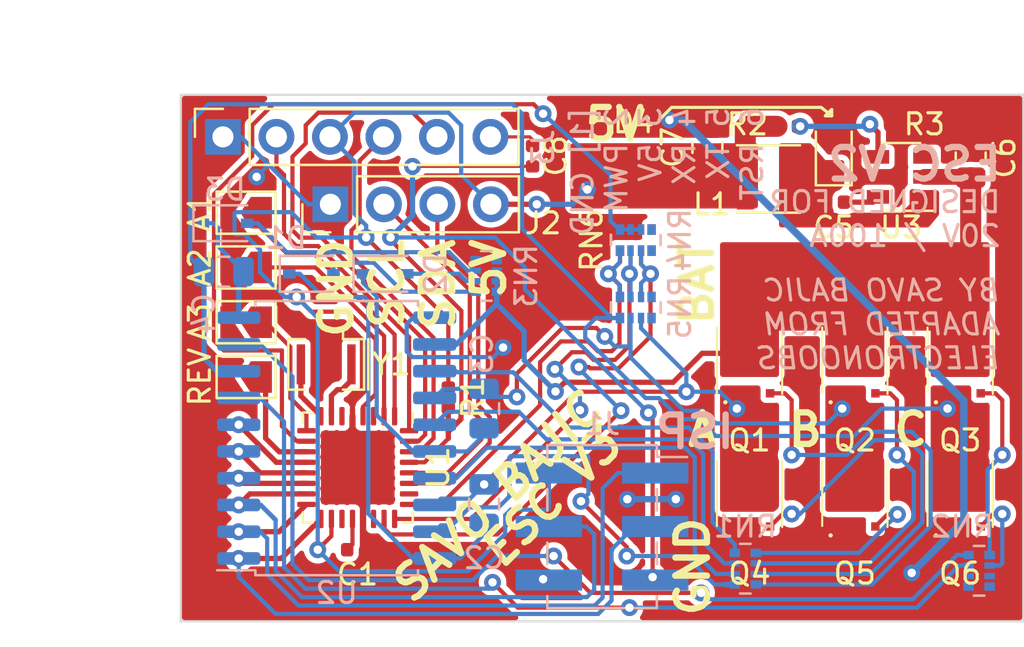
<source format=kicad_pcb>
(kicad_pcb (version 20221018) (generator pcbnew)
  (layers (0 "F.Cu" signal) (31 "B.Cu" signal) (34 "B.Paste" user) (35 "F.Paste" user) (36 "B.SilkS" user "B.Silkscreen") (37 "F.SilkS" user "F.Silkscreen") (38 "B.Mask" user) (39 "F.Mask" user) (44 "Edge.Cuts" user))
  (net 0 "")
  (net 1 "Net-(U1-AREF)")
  (net 2 "GND")
  (net 3 "Net-(D1-K)")
  (net 4 "AOUT")
  (net 5 "Net-(D2-K)")
  (net 6 "BOUT")
  (net 7 "Net-(D3-K)")
  (net 8 "COUT")
  (net 9 "Net-(U3-BST)")
  (net 10 "Net-(D4-K)")
  (net 11 "+BATT")
  (net 12 "+5V")
  (net 13 "EXT_RST")
  (net 14 "Net-(J1-~{RST})")
  (net 15 "Net-(D1-A)")
  (net 16 "Net-(D2-A)")
  (net 17 "Net-(D3-A)")
  (net 18 "PWM_IN")
  (net 19 "SDA")
  (net 20 "SCL")
  (net 21 "TX")
  (net 22 "RX")
  (net 23 "/HB")
  (net 24 "/HA")
  (net 25 "/LA")
  (net 26 "/ADD_1")
  (net 27 "/ADD_2")
  (net 28 "/ADD_3")
  (net 29 "/REVERSE")
  (net 30 "Net-(Q1-G)")
  (net 31 "Net-(Q2-G)")
  (net 32 "Net-(Q3-G)")
  (net 33 "A_BEMF")
  (net 34 "C_BEMF")
  (net 35 "B_BEMF")
  (net 36 "ZERO")
  (net 37 "/LB")
  (net 38 "/HC")
  (net 39 "/LC")
  (net 40 "X2")
  (net 41 "X1")
  (net 42 "Net-(Q4-G)")
  (net 43 "Net-(Q5-G)")
  (net 44 "Net-(Q6-G)")
  (net 45 "Net-(U3-FB)")
  (net 46 "Net-(RN1-R1.1)")
  (net 47 "Net-(RN1-R2.1)")
  (net 48 "Net-(RN1-R3.1)")
  (net 49 "Net-(RN1-R4.1)")
  (net 54 "Net-(RN2-R2.2)")
  (net 55 "Net-(RN2-R1.2)")
  (footprint "Capacitor_SMD:C_0402_1005Metric" (layer "F.Cu") (at 178.385 131.6 180)
    (fp_text reference "C1")
    (fp_text value "100n")
  )
  (footprint "Capacitor_SMD:C_0402_1005Metric" (layer "F.Cu") (at 201 115.1 180)
    (fp_text reference "C5")
    (fp_text value "22n")
  )
  (footprint "Capacitor_SMD:C_0805_2012Metric" (layer "F.Cu") (at 207.5 113 90)
    (fp_text reference "C6")
    (fp_text value "10u")
  )
  (footprint "Capacitor_SMD:C_0805_2012Metric" (layer "F.Cu") (at 195 112.5 90)
    (fp_text reference "C7")
    (fp_text value "4u7")
  )
  (footprint "Capacitor_SMD:C_0402_1005Metric" (layer "F.Cu") (at 186.7 112.915 90)
    (fp_text reference "C8")
    (fp_text value "100n")
  )
  (footprint "Diode_SMD:D_SOD-323" (layer "F.Cu") (at 201 112.8 90)
    (fp_text reference "D4")
    (fp_text value "0v8")
  )
  (footprint "Connector_PinHeader_2.54mm:PinHeader_1x04_P2.54mm_Vertical" (layer "F.Cu") (at 177.1 115.2 90)
    (fp_text reference "J2")
    (fp_text value "I2C_CTRL")
  )
  (footprint "Connector_PinSocket_2.54mm:PinSocket_1x06_P2.54mm_Vertical" (layer "F.Cu") (at 172 112 90)
    (fp_text reference "J3")
    (fp_text value "SER_PROG")
  )
  (footprint "Jumper:SolderJumper-2_P1.3mm_Open_TrianglePad1.0x1.5mm" (layer "F.Cu") (at 173.1 115.6 180)
    (fp_text reference "JP1" hide)
    (fp_text value "A1")
  )
  (footprint "Jumper:SolderJumper-2_P1.3mm_Open_TrianglePad1.0x1.5mm" (layer "F.Cu") (at 173.1 118.2 180)
    (fp_text reference "JP2" hide)
    (fp_text value "A2")
  )
  (footprint "Jumper:SolderJumper-2_P1.3mm_Open_TrianglePad1.0x1.5mm" (layer "F.Cu") (at 173.1 120.8 180)
    (fp_text reference "JP3" hide)
    (fp_text value "A3")
  )
  (footprint "Jumper:SolderJumper-2_P1.3mm_Open_TrianglePad1.0x1.5mm" (layer "F.Cu") (at 173.1 123.4 180)
    (fp_text reference "JP4" hide)
    (fp_text value "REV")
  )
  (footprint "Inductor_SMD:L_Taiyo-Yuden_NR-30xx" (layer "F.Cu") (at 197.9 114 180)
    (fp_text reference "L1")
    (fp_text value "4u7")
  )
  (footprint "Resistor_SMD:R_0402_1005Metric" (layer "F.Cu") (at 182.7 124.385 -90)
    (fp_text reference "R1")
    (fp_text value "10k")
  )
  (footprint "Resistor_SMD:R_0402_1005Metric" (layer "F.Cu") (at 198.815 111.5 180)
    (fp_text reference "R2")
    (fp_text value "150k")
  )
  (footprint "Resistor_SMD:R_0402_1005Metric" (layer "F.Cu") (at 203.2 111.4 180)
    (fp_text reference "R3")
    (fp_text value "28k7")
  )
  (footprint "Resistor_SMD:R_Array_Convex_4x0402" (layer "F.Cu") (at 191.6 116.9 90)
    (fp_text reference "RN6")
    (fp_text value "10k")
  )
  (footprint "Package_TO_SOT_SMD:SOT-23-6" (layer "F.Cu") (at 204.2 113.9 180)
    (fp_text reference "U3")
    (fp_text value "ACT4088")
  )
  (footprint "Crystal:Resonator_SMD_muRata_CSTxExxV-3Pin_3.0x1.1mm" (layer "F.Cu") (at 176.9 122.8 180)
    (fp_text reference "Y1")
    (fp_text value "16MHz")
  )
  (footprint "esc:TPN2R903PLL1Q" (layer "F.Cu") (at 197 122.6)
    (fp_text reference "Q1")
    (fp_text value "Q_NMOS_SGD" hide)
  )
  (footprint "esc:TPN2R903PLL1Q" (layer "F.Cu") (at 202 122.6)
    (fp_text reference "Q2")
    (fp_text value "Q_NMOS_SGD" hide)
  )
  (footprint "esc:TPN2R903PLL1Q" (layer "F.Cu") (at 207 122.6)
    (fp_text reference "Q3")
    (fp_text value "Q_NMOS_SGD" hide)
  )
  (footprint "esc:TPN2R903PLL1Q" (layer "F.Cu") (at 197 128.925)
    (fp_text reference "Q4")
    (fp_text value "Q_NMOS_SGD" hide)
  )
  (footprint "esc:TPN2R903PLL1Q" (layer "F.Cu") (at 202 128.92)
    (fp_text reference "Q5")
    (fp_text value "Q_NMOS_SGD" hide)
  )
  (footprint "esc:TPN2R903PLL1Q" (layer "F.Cu") (at 207 128.92)
    (fp_text reference "Q6")
    (fp_text value "Q_NMOS_SGD" hide)
  )
  (footprint "Package_DFN_QFN:QFN-32-1EP_5x5mm_P0.5mm_EP3.1x3.1mm" (layer "F.Cu") (at 178.4 127.7 -90)
    (fp_text reference "U1")
    (fp_text value "ATmega328PB-MU" hide)
  )
  (footprint "Capacitor_SMD:C_0805_2012Metric" (layer "B.Cu") (at 184.4 129.4375 -90)
    (fp_text reference "C2")
    (fp_text value "4u7")
  )
  (footprint "Capacitor_SMD:C_0805_2012Metric" (layer "B.Cu") (at 184.4 124.9 -90)
    (fp_text reference "C3")
    (fp_text value "4u7")
  )
  (footprint "Capacitor_SMD:C_0805_2012Metric" (layer "B.Cu") (at 172.0375 118.4)
    (fp_text reference "C4")
    (fp_text value "4u7")
  )
  (footprint "Diode_SMD:D_SOD-323" (layer "B.Cu") (at 176.2 118.5)
    (fp_text reference "D1")
    (fp_text value "0v8")
  )
  (footprint "Diode_SMD:D_SOD-323" (layer "B.Cu") (at 179.7 118.5)
    (fp_text reference "D2")
    (fp_text value "0v8")
  )
  (footprint "Diode_SMD:D_SOD-323" (layer "B.Cu") (at 172.1 116.1)
    (fp_text reference "D3")
    (fp_text value "0v8")
  )
  (footprint "Resistor_SMD:R_Array_Convex_4x0402" (layer "B.Cu") (at 196.8 132.5)
    (fp_text reference "RN1")
    (fp_text value "100")
  )
  (footprint "Resistor_SMD:R_Array_Convex_4x0402" (layer "B.Cu") (at 207.9 132.6 180)
    (fp_text reference "RN2")
    (fp_text value "100")
  )
  (footprint "Resistor_SMD:R_Array_Convex_4x0402" (layer "B.Cu") (at 184.5 118.6 180)
    (fp_text reference "RN3")
    (fp_text value "100")
  )
  (footprint "Resistor_SMD:R_Array_Convex_4x0402" (layer "B.Cu") (at 191.6 116.9 -90)
    (fp_text reference "RN4")
    (fp_text value "33k")
  )
  (footprint "Resistor_SMD:R_Array_Convex_4x0402" (layer "B.Cu") (at 191.6 120.1 -90)
    (fp_text reference "RN5")
    (fp_text value "33k")
  )
  (footprint "Package_SO:SOIC-20W_7.5x12.8mm_P1.27mm" (layer "B.Cu") (at 177.4 126.3)
    (fp_text reference "U2")
    (fp_text value "FAN7888")
  )
  (footprint "Connector_PinHeader_2.54mm:PinHeader_2x03_P2.54mm_Vertical_SMD" (layer "B.Cu") (at 190 130.5 180)
    (fp_text reference "J1")
    (fp_text value "AVR-ISP-6")
  )
  (gr_line (start 200.6 111) (end 200.9 111) (stroke (width 0.15)) (layer "F.SilkS"))
  (gr_line (start 193.3 110.6) (end 200.4 110.6) (stroke (width 0.15)) (layer "F.SilkS"))
  (gr_line (start 200.9 110.7) (end 200.6 111) (stroke (width 0.15)) (layer "F.SilkS"))
  (gr_line (start 192.7 111.2) (end 193.3 110.6) (stroke (width 0.15)) (layer "F.SilkS"))
  (gr_line (start 200.4 110.6) (end 200.9 111) (stroke (width 0.15)) (layer "F.SilkS"))
  (gr_line (start 200.9 111) (end 200.9 110.7) (stroke (width 0.15)) (layer "F.SilkS"))
  (gr_line (start 210 110) (end 170 110) (stroke (width 0.1)) (layer "Edge.Cuts"))
  (gr_line (start 210 135) (end 210 110) (stroke (width 0.1)) (layer "Edge.Cuts"))
  (gr_line (start 170 135) (end 210 135) (stroke (width 0.1)) (layer "Edge.Cuts"))
  (gr_line (start 170 110) (end 170 135) (stroke (width 0.1)) (layer "Edge.Cuts"))
  (gr_text "BY SAVO BAJIC\nADAPTED FROM\nELECTRONOOBS" (at 209 120.9) (layer "B.SilkS") (effects (font (size 1 1) (thickness 0.15) italic) (justify left mirror)))
  (gr_text "DESIGNED FOR\n20V / 100A" (at 209 115.9) (layer "B.SilkS") (effects (font (size 1 1)) (justify left mirror)))
  (gr_text "ESC V2" (at 209.1 113.3) (layer "B.SilkS") (effects (font (size 1.5 1.5) (thickness 0.3)) (justify left mirror)))
  (gr_text "[1] GND\n2 PWM\n3 5V\n4 RX\n5 TX\n6 RST" (at 193.1 110.5 90) (layer "B.SilkS") (effects (font (size 1 1)) (justify left mirror)))
  (gr_text "ISP" (at 194.4 126) (layer "B.SilkS") (effects (font (size 1.5 1.5) (thickness 0.3)) (justify mirror)))
  (gr_text "GND" (at 194.3 132.4 90) (layer "F.SilkS") (effects (font (size 1.5 1.5) (thickness 0.3))))
  (gr_text "GND\nSCL\nSDA\n5V" (at 181 116.7 90) (layer "F.SilkS") (effects (font (size 1.5 1.5) (thickness 0.3)) (justify right)))
  (gr_text "BAT" (at 194.5 118.9 90) (layer "F.SilkS") (effects (font (size 1.5 1.5) (thickness 0.3))))
  (gr_text "B" (at 200.6 125.9) (layer "F.SilkS") (effects (font (size 1.5 1.5) (thickness 0.3)) (justify right)))
  (gr_text "A" (at 195.6 125.9) (layer "F.SilkS") (effects (font (size 1.5 1.5) (thickness 0.3)) (justify right)))
  (gr_text "5V" (at 190.6 111.4) (layer "F.SilkS") (effects (font (size 1.5 1.5) (thickness 0.3))))
  (gr_text "C" (at 205.6 125.9) (layer "F.SilkS") (effects (font (size 1.5 1.5) (thickness 0.3)) (justify right)))
  (gr_text "SAVO BAJIC" (at 185 129.1 45) (layer "F.SilkS") (effects (font (size 1.5 1.5) (thickness 0.3) italic)))
  (gr_text "ESC V3" (at 187.6 129.1 45) (layer "F.SilkS") (effects (font (size 1.5 1.5) (thickness 0.3) italic)))
  (segment (start 177.9 131.6) (end 178.15 131.35) (width 0.2) (layer "F.Cu") (net 1))
  (segment (start 178.15 131.35) (end 178.15 130.1375) (width 0.2) (layer "F.Cu") (net 1))
  (segment (start 177.000001 121.549999) (end 178.540001 121.549999) (width 0.2) (layer "F.Cu") (net 2))
  (segment (start 191.2 129.2) (end 191.2 128.634315) (width 0.3) (layer "F.Cu") (net 2))
  (segment (start 190.85 116.45) (end 190.85 116.4) (width 0.2) (layer "F.Cu") (net 2))
  (segment (start 172.375 118.2) (end 172.375 120.8) (width 0.1) (layer "F.Cu") (net 2))
  (segment (start 178.600001 121.609999) (end 178.6 121.8) (width 0.2) (layer "F.Cu") (net 2))
  (segment (start 172.375 120.8) (end 172.375 120.57572) (width 0.2) (layer "F.Cu") (net 2))
  (segment (start 178.87 131.6) (end 178.65 131.38) (width 0.3) (layer "F.Cu") (net 2))
  (segment (start 186.1 121.2) (end 190.85 116.45) (width 0.2) (layer "F.Cu") (net 2))
  (segment (start 172.375 120.8) (end 172.375 120.64643) (width 0.1) (layer "F.Cu") (net 2))
  (segment (start 178.540001 121.549999) (end 178.600001 121.609999) (width 0.2) (layer "F.Cu") (net 2))
  (segment (start 173.6 113.9) (end 172.375 115.125) (width 0.1) (layer "F.Cu") (net 2))
  (segment (start 178.600001 123.990001) (end 178.15 124.440002) (width 0.2) (layer "F.Cu") (net 2))
  (segment (start 186.1 121.2) (end 185.3 122) (width 0.2) (layer "F.Cu") (net 2))
  (segment (start 176.9 121.65) (end 176.65 121.4) (width 0.2) (layer "F.Cu") (net 2))
  (segment (start 193.5625 111.5625) (end 193.2 111.2) (width 0.35) (layer "F.Cu") (net 2))
  (segment (start 172.375 120.57572) (end 173.20073 119.74999) (width 0.2) (layer "F.Cu") (net 2))
  (segment (start 178.15 125.2625) (end 178.15 127.45) (width 0.3) (layer "F.Cu") (net 2))
  (segment (start 174.9 120.20072) (end 174.44927 119.74999) (width 0.2) (layer "F.Cu") (net 2))
  (segment (start 178.500001 121.599999) (end 178.6 121.699998) (width 0.1) (layer "F.Cu") (net 2))
  (segment (start 178.6 121.8) (end 178.600001 123.990001) (width 0.2) (layer "F.Cu") (net 2))
  (segment (start 178.15 127.45) (end 178.4 127.7) (width 0.3) (layer "F.Cu") (net 2))
  (segment (start 173.22144 119.79999) (end 174.737988 119.79999) (width 0.1) (layer "F.Cu") (net 2))
  (segment (start 174.44927 119.74999) (end 173.20073 119.74999) (width 0.2) (layer "F.Cu") (net 2))
  (segment (start 179.165 131.6) (end 178.87 131.6) (width 0.3) (layer "F.Cu") (net 2))
  (segment (start 190.465685 127.9) (end 188.63641 127.9) (width 0.3) (layer "F.Cu") (net 2))
  (segment (start 191.2 128.634315) (end 190.465685 127.9) (width 0.3) (layer "F.Cu") (net 2))
  (segment (start 178.65 131.38) (end 178.65 130.1375) (width 0.3) (layer "F.Cu") (net 2))
  (segment (start 204.7 132.7) (end 204.7 131.82) (width 0.35) (layer "F.Cu") (net 2))
  (segment (start 172.375 116.35) (end 172.375 118.2) (width 0.1) (layer "F.Cu") (net 2))
  (segment (start 204.7 131.82) (end 206.025 130.495) (width 0.35) (layer "F.Cu") (net 2))
  (segment (start 176.9 121.65) (end 177.000001 121.549999) (width 0.2) (layer "F.Cu") (net 2))
  (segment (start 195 111.5625) (end 193.5625 111.5625) (width 0.35) (layer "F.Cu") (net 2))
  (segment (start 193.5 129.2) (end 194.8 130.5) (width 0.3) (layer "F.Cu") (net 2))
  (segment (start 172.375 115.6) (end 172.375 116.35) (width 0.1) (layer "F.Cu") (net 2))
  (segment (start 176.9 122.8) (end 176.9 121.65) (width 0.2) (layer "F.Cu") (net 2))
  (segment (start 188.63641 127.9) (end 184.93641 131.6) (width 0.3) (layer "F.Cu") (net 2))
  (segment (start 184.93641 131.6) (end 179.165 131.6) (width 0.3) (layer "F.Cu") (net 2))
  (segment (start 178.15 124.440002) (end 178.15 124.825) (width 0.2) (layer "F.Cu") (net 2))
  (segment (start 178.65 127.95) (end 178.4 127.7) (width 0.3) (layer "F.Cu") (net 2))
  (segment (start 178.65 130.1375) (end 178.65 127.95) (width 0.3) (layer "F.Cu") (net 2))
  (segment (start 172.375 120.64643) (end 173.22144 119.79999) (width 0.1) (layer "F.Cu") (net 2))
  (segment (start 175.8 121.4) (end 174.9 120.5) (width 0.2) (layer "F.Cu") (net 2))
  (segment (start 174.737988 119.79999) (end 176.537997 121.599999) (width 0.1) (layer "F.Cu") (net 2))
  (segment (start 178.6 121.699998) (end 178.6 121.8) (width 0.1) (layer "F.Cu") (net 2))
  (segment (start 178.15 124.825) (end 178.15 125.2625) (width 0.2) (layer "F.Cu") (net 2))
  (segment (start 174.9 120.5) (end 174.9 120.20072) (width 0.2) (layer "F.Cu") (net 2))
  (segment (start 194.8 130.5) (end 196.025 130.5) (width 0.3) (layer "F.Cu") (net 2))
  (segment (start 172.375 115.125) (end 172.375 115.6) (width 0.1) (layer "F.Cu") (net 2))
  (segment (start 176.537997 121.599999) (end 178.500001 121.599999) (width 0.1) (layer "F.Cu") (net 2))
  (segment (start 176.65 121.4) (end 175.8 121.4) (width 0.2) (layer "F.Cu") (net 2))
  (via (at 191.2 129.2) (size 0.8) (drill 0.4) (layers "F.Cu" "B.Cu") (net 2))
  (via (at 204.7 132.7) (size 0.8) (drill 0.4) (layers "F.Cu" "B.Cu") (net 2))
  (via (at 193.5 129.2) (size 0.8) (drill 0.4) (layers "F.Cu" "B.Cu") (net 2))
  (via (at 187.2 133) (size 0.8) (drill 0.4) (layers "F.Cu" "B.Cu") (net 2))
  (via (at 185.3 122) (size 0.8) (drill 0.4) (layers "F.Cu" "B.Cu") (net 2))
  (via (at 193.2 111.2) (size 0.8) (drill 0.4) (layers "F.Cu" "B.Cu") (net 2))
  (via (at 173.6 113.9) (size 0.8) (drill 0.4) (layers "F.Cu" "B.Cu") (net 2))
  (segment (start 180.72499 120.88501) (end 180.72499 122.191402) (width 0.2) (layer "B.Cu") (net 2))
  (segment (start 207.175001 124.527999) (end 207.175001 130.224999) (width 0.35) (layer "B.Cu") (net 2))
  (segment (start 174.075 113.425) (end 173.6 113.9) (width 0.2) (layer "B.Cu") (net 2))
  (segment (start 172.85 112) (end 172 112) (width 0.2) (layer "B.Cu") (net 2))
  (segment (start 185.3 122) (end 184.84499 122.45501) (width 0.2) (layer "B.Cu") (net 2))
  (segment (start 174.075 113.225) (end 172.85 112) (width 0.2) (layer "B.Cu") (net 2))
  (segment (start 191.2 129.2) (end 193.5 129.2) (width 0.3) (layer "B.Cu") (net 2))
  (segment (start 181.025 120.585) (end 180.72499 120.88501) (width 0.2) (layer "B.Cu") (net 2))
  (segment (start 184.84499 122.45501) (end 180.988598 122.45501) (width 0.2) (layer "B.Cu") (net 2))
  (segment (start 180.72499 122.191402) (end 180.988598 122.45501) (width 0.2) (layer "B.Cu") (net 2))
  (segment (start 182.05 120.585) (end 181.025 120.585) (width 0.2) (layer "B.Cu") (net 2))
  (segment (start 187.475 133.04) (end 187.24 133.04) (width 0.2) (layer "B.Cu") (net 2))
  (segment (start 174.075 113.225) (end 174.075 113.425) (width 0.2) (layer "B.Cu") (net 2))
  (segment (start 187.24 133.04) (end 187.2 133) (width 0.2) (layer "B.Cu") (net 2))
  (segment (start 176.05 115.2) (end 174.075 113.225) (width 0.2) (layer "B.Cu") (net 2))
  (segment (start 193.2 111.2) (end 193.847002 111.2) (width 0.35) (layer "B.Cu") (net 2))
  (segment (start 207.175001 130.224999) (end 204.7 132.7) (width 0.35) (layer "B.Cu") (net 2))
  (segment (start 177.1 115.2) (end 176.05 115.2) (width 0.2) (layer "B.Cu") (net 2))
  (segment (start 193.847002 111.2) (end 207.175001 124.527999) (width 0.35) (layer "B.Cu") (net 2))
  (segment (start 184.4 130.375) (end 184.4 130.8625) (width 0.2) (layer "B.Cu") (net 3))
  (segment (start 183.2475 132.015) (end 183.075 132.015) (width 0.2) (layer "B.Cu") (net 3))
  (segment (start 181.025 132.015) (end 182.05 132.015) (width 0.2) (layer "B.Cu") (net 3))
  (segment (start 183.075 132.015) (end 182.05 132.015) (width 0.2) (layer "B.Cu") (net 3))
  (segment (start 178.89999 129.88999) (end 181.025 132.015) (width 0.2) (layer "B.Cu") (net 3))
  (segment (start 184.4 130.8625) (end 183.2475 132.015) (width 0.2) (layer "B.Cu") (net 3))
  (segment (start 178.7 119.6) (end 178.89999 119.79999) (width 0.2) (layer "B.Cu") (net 3))
  (segment (start 175.65 118.5) (end 176.75 119.6) (width 0.2) (layer "B.Cu") (net 3))
  (segment (start 178.89999 119.79999) (end 178.89999 129.88999) (width 0.2) (layer "B.Cu") (net 3))
  (segment (start 176.75 119.6) (end 178.7 119.6) (width 0.2) (layer "B.Cu") (net 3))
  (segment (start 175.15 118.5) (end 175.65 118.5) (width 0.2) (layer "B.Cu") (net 3))
  (segment (start 188.8 124.1) (end 194 124.1) (width 0.2) (layer "F.Cu") (net 4))
  (segment (start 196.675 124.625) (end 196.4 124.9) (width 0.2) (layer "F.Cu") (net 4))
  (segment (start 196.675 124.175) (end 196.675 124.625) (width 0.2) (layer "F.Cu") (net 4))
  (segment (start 194.075 124.175) (end 194 124.1) (width 0.25) (layer "F.Cu") (net 4))
  (segment (start 184.4 128.5) (end 188.8 124.1) (width 0.2) (layer "F.Cu") (net 4))
  (via (at 184.4 128.5) (size 0.8) (drill 0.4) (layers "F.Cu" "B.Cu") (net 4))
  (via (at 196.4 124.9) (size 0.8) (drill 0.4) (layers "F.Cu" "B.Cu") (net 4))
  (via (at 194 124.1) (size 0.8) (drill 0.4) (layers "F.Cu" "B.Cu") (net 4))
  (segment (start 183.725 129.175) (end 183.914473 128.985527) (width 0.2) (layer "B.Cu") (net 4))
  (segment (start 191.85 120.6) (end 191.849999 121.090001) (width 0.2) (layer "B.Cu") (net 4))
  (segment (start 191.849999 121.090001) (end 194 123.240002) (width 0.2) (layer "B.Cu") (net 4))
  (segment (start 183.914473 128.985527) (end 184.4 128.5) (width 0.2) (layer "B.Cu") (net 4))
  (segment (start 194 123.240002) (end 194 124.1) (width 0.2) (layer "B.Cu") (net 4))
  (segment (start 182.35 129.175) (end 183.725 129.175) (width 0.2) (layer "B.Cu") (net 4))
  (segment (start 194 124.1) (end 195.6 124.1) (width 0.2) (layer "B.Cu") (net 4))
  (segment (start 182.05 129.475) (end 182.35 129.175) (width 0.2) (layer "B.Cu") (net 4))
  (segment (start 195.6 124.1) (end 196.4 124.9) (width 0.2) (layer "B.Cu") (net 4))
  (segment (start 181.025 126.935) (end 182.05 126.935) (width 0.2) (layer "B.Cu") (net 5))
  (segment (start 179.3 119.575) (end 179.3 125.21) (width 0.2) (layer "B.Cu") (net 5))
  (segment (start 182.05 126.935) (end 183.6025 126.935) (width 0.2) (layer "B.Cu") (net 5))
  (segment (start 183.6025 126.935) (end 184.7 125.8375) (width 0.2) (layer "B.Cu") (net 5))
  (segment (start 179.3 125.21) (end 181.025 126.935) (width 0.2) (layer "B.Cu") (net 5))
  (segment (start 178.65 118.925) (end 179.3 119.575) (width 0.2) (layer "B.Cu") (net 5))
  (segment (start 178.65 118.5) (end 178.65 118.925) (width 0.2) (layer "B.Cu") (net 5))
  (segment (start 188.116583 121.072177) (end 185.955025 123.233735) (width 0.2) (layer "F.Cu") (net 6))
  (segment (start 201.4 124.45) (end 201.675 124.175) (width 0.2) (layer "F.Cu") (net 6))
  (segment (start 185.955025 123.233735) (end 185.955025 124.344975) (width 0.2) (layer "F.Cu") (net 6))
  (segment (start 189.727825 121.072177) (end 188.116583 121.072177) (width 0.2) (layer "F.Cu") (net 6))
  (segment (start 190.127824 121.472176) (end 189.727825 121.072177) (width 0.2) (layer "F.Cu") (net 6))
  (segment (start 201.4 124.9) (end 201.4 124.45) (width 0.2) (layer "F.Cu") (net 6))
  (via (at 201.4 124.9) (size 0.8) (drill 0.4) (layers "F.Cu" "B.Cu") (net 6))
  (via (at 190.127824 121.472176) (size 0.8) (drill 0.4) (layers "F.Cu" "B.Cu") (net 6))
  (via (at 185.955025 124.344975) (size 0.8) (drill 0.4) (layers "F.Cu" "B.Cu") (net 6))
  (segment (start 195.400001 125.600001) (end 200.699999 125.600001) (width 0.2) (layer "B.Cu") (net 6))
  (segment (start 191.35 122.472904) (end 193.877096 125) (width 0.2) (layer "B.Cu") (net 6))
  (segment (start 182.4825 123.9625) (end 182.05 124.395) (width 0.2) (layer "B.Cu") (net 6))
  (segment (start 193.877096 125) (end 194.8 125) (width 0.2) (layer "B.Cu") (net 6))
  (segment (start 191.35 121.95) (end 191.35 122.472904) (width 0.2) (layer "B.Cu") (net 6))
  (segment (start 184.782475 124.344975) (end 184.4 123.9625) (width 0.2) (layer "B.Cu") (net 6))
  (segment (start 184.4 123.9625) (end 182.4825 123.9625) (width 0.2) (layer "B.Cu") (net 6))
  (segment (start 201.000001 125.299999) (end 201.4 124.9) (width 0.2) (layer "B.Cu") (net 6))
  (segment (start 201.3 125) (end 201.4 124.9) (width 0.2) (layer "B.Cu") (net 6))
  (segment (start 191.35 120.6) (end 191.35 121.95) (width 0.2) (layer "B.Cu") (net 6))
  (segment (start 191.35 121.95) (end 190.605648 121.95) (width 0.2) (layer "B.Cu") (net 6))
  (segment (start 200.699999 125.600001) (end 201.000001 125.299999) (width 0.2) (layer "B.Cu") (net 6))
  (segment (start 185.955025 124.344975) (end 184.782475 124.344975) (width 0.2) (layer "B.Cu") (net 6))
  (segment (start 194.8 125) (end 195.400001 125.600001) (width 0.2) (layer "B.Cu") (net 6))
  (segment (start 190.605648 121.95) (end 190.127824 121.472176) (width 0.2) (layer "B.Cu") (net 6))
  (segment (start 184.7 123.9625) (end 184.82003 123.9625) (width 0.2) (layer "B.Cu") (net 6))
  (segment (start 171.775 117.2) (end 171.775 116.325) (width 0.2) (layer "B.Cu") (net 7))
  (segment (start 171.775 116.325) (end 171.55 116.1) (width 0.2) (layer "B.Cu") (net 7))
  (segment (start 172.75 120.585) (end 172.75 118.625) (width 0.25) (layer "B.Cu") (net 7))
  (segment (start 171.55 116.1) (end 171.05 116.1) (width 0.2) (layer "B.Cu") (net 7))
  (segment (start 172.975 118.4) (end 171.775 117.2) (width 0.2) (layer "B.Cu") (net 7))
  (segment (start 172.75 118.625) (end 172.975 118.4) (width 0.25) (layer "B.Cu") (net 7))
  (segment (start 206.4 124.55) (end 206.025 124.175) (width 0.2) (layer "F.Cu") (net 8))
  (segment (start 206.4 124.9) (end 206.4 124.55) (width 0.2) (layer "F.Cu") (net 8))
  (via (at 206.4 124.9) (size 0.8) (drill 0.4) (layers "F.Cu" "B.Cu") (net 8))
  (segment (start 189.2 121.534302) (end 189.2 121.1) (width 0.2) (layer "B.Cu") (net 8))
  (segment (start 203.268601 124.9) (end 201.968601 126.2) (width 0.2) (layer "B.Cu") (net 8))
  (segment (start 189.2 121.1) (end 189.7 120.6) (width 0.2) (layer "B.Cu") (net 8))
  (segment (start 170.449999 117.749999) (end 170.449999 111.309999) (width 0.2) (layer "B.Cu") (net 8))
  (segment (start 171.1 122.5) (end 171.725 123.125) (width 0.25) (layer "B.Cu") (net 8))
  (segment (start 189.7 120.6) (end 190.85 120.6) (width 0.2) (layer "B.Cu") (net 8))
  (segment (start 201.968601 126.2) (end 195.4 126.2) (width 0.2) (layer "B.Cu") (net 8))
  (segment (start 192.065697 124.399999) (end 189.2 121.534302) (width 0.2) (layer "B.Cu") (net 8))
  (segment (start 171.1 118.4) (end 171.1 122.5) (width 0.25) (layer "B.Cu") (net 8))
  (segment (start 186.2 116.35) (end 190.45 120.6) (width 0.2) (layer "B.Cu") (net 8))
  (segment (start 195.4 126.2) (end 194.6 125.4) (width 0.2) (layer "B.Cu") (net 8))
  (segment (start 192.711397 124.399999) (end 192.065697 124.399999) (width 0.2) (layer "B.Cu") (net 8))
  (segment (start 186.2 110.9) (end 186.2 116.35) (width 0.2) (layer "B.Cu") (net 8))
  (segment (start 190.45 120.6) (end 190.85 120.6) (width 0.2) (layer "B.Cu") (net 8))
  (segment (start 206.4 124.9) (end 203.268601 124.9) (width 0.2) (layer "B.Cu") (net 8))
  (segment (start 194.6 125.4) (end 193.711398 125.4) (width 0.2) (layer "B.Cu") (net 8))
  (segment (start 193.711398 125.4) (end 192.711397 124.399999) (width 0.2) (layer "B.Cu") (net 8))
  (segment (start 206.5 124.8) (end 206.4 124.9) (width 0.2) (layer "B.Cu") (net 8))
  (segment (start 171.310009 110.449989) (end 185.749989 110.449989) (width 0.2) (layer "B.Cu") (net 8))
  (segment (start 171.1 118.4) (end 170.449999 117.749999) (width 0.2) (layer "B.Cu") (net 8))
  (segment (start 171.725 123.125) (end 172.75 123.125) (width 0.25) (layer "B.Cu") (net 8))
  (segment (start 185.749989 110.449989) (end 186.2 110.9) (width 0.2) (layer "B.Cu") (net 8))
  (segment (start 170.449999 111.309999) (end 171.310009 110.449989) (width 0.2) (layer "B.Cu") (net 8))
  (segment (start 201.485 115.1) (end 202.85 115.1) (width 0.25) (layer "F.Cu") (net 9))
  (segment (start 202.85 115.1) (end 203.1 114.85) (width 0.25) (layer "F.Cu") (net 9))
  (segment (start 193.377008 123.64999) (end 194.751998 122.275) (width 0.25) (layer "F.Cu") (net 11))
  (segment (start 207.5 121.775) (end 207 122.275) (width 1) (layer "F.Cu") (net 11))
  (segment (start 188.224704 123.64999) (end 193.377008 123.64999) (width 0.25) (layer "F.Cu") (net 11))
  (segment (start 207.4625 113.9) (end 207.5 113.9375) (width 0.75) (layer "F.Cu") (net 11))
  (segment (start 195.425 122.275) (end 197 122.275) (width 0.25) (layer "F.Cu") (net 11))
  (segment (start 187.787347 124.087347) (end 188.224704 123.64999) (width 0.25) (layer "F.Cu") (net 11))
  (segment (start 194.751998 122.275) (end 195.425 122.275) (width 0.25) (layer "F.Cu") (net 11))
  (segment (start 207.5 113.9375) (end 207.5 121.775) (width 1) (layer "F.Cu") (net 11))
  (segment (start 205.3 113.9) (end 207.4625 113.9) (width 0.75) (layer "F.Cu") (net 11))
  (via (at 187.787347 124.087347) (size 0.8) (drill 0.4) (layers "F.Cu" "B.Cu") (net 11))
  (segment (start 185 119.8) (end 185 119.35) (width 0.25) (layer "B.Cu") (net 11))
  (segment (start 185 119.35) (end 185 118.85) (width 0.2) (layer "B.Cu") (net 11))
  (segment (start 185 119.93) (end 185 119.8) (width 0.25) (layer "B.Cu") (net 11))
  (segment (start 183.075 121.855) (end 185 119.93) (width 0.25) (layer "B.Cu") (net 11))
  (segment (start 186.3 121.23) (end 186.3 122.6) (width 0.25) (layer "B.Cu") (net 11))
  (segment (start 186.3 122.6) (end 187.787347 124.087347) (width 0.25) (layer "B.Cu") (net 11))
  (segment (start 185 118.35) (end 185 118.85) (width 0.2) (layer "B.Cu") (net 11))
  (segment (start 182.05 121.855) (end 183.075 121.855) (width 0.25) (layer "B.Cu") (net 11))
  (segment (start 185 119.93) (end 186.3 121.23) (width 0.25) (layer "B.Cu") (net 11))
  (segment (start 177.455025 120.3) (end 176.2 120.3) (width 0.2) (layer "F.Cu") (net 12))
  (segment (start 196.8 114) (end 196.8 111.55) (width 1) (layer "F.Cu") (net 12))
  (segment (start 184.72 115.2) (end 186.9 115.2) (width 0.25) (layer "F.Cu") (net 12))
  (segment (start 177.15 130.1375) (end 177.15 130.95) (width 0.2) (layer "F.Cu") (net 12))
  (segment (start 182.7 120.67499) (end 178.799999 116.774989) (width 0.2) (layer "F.Cu") (net 12))
  (segment (start 176.2 120.3) (end 175.5 119.6) (width 0.2) (layer "F.Cu") (net 12))
  (segment (start 196.2375 113.4375) (end 196.8 114) (width 1) (layer "F.Cu") (net 12))
  (segment (start 179.24999 124.212342) (end 179.24999 121.615688) (width 0.2) (layer "F.Cu") (net 12))
  (segment (start 179.24999 121.615688) (end 177.934302 120.3) (width 0.2) (layer "F.Cu") (net 12))
  (segment (start 182.7 123.9) (end 182.7 120.67499) (width 0.2) (layer "F.Cu") (net 12))
  (segment (start 178.65 125.2625) (end 178.65 124.812332) (width 0.2) (layer "F.Cu") (net 12))
  (segment (start 196.8 111.55) (end 196.85 111.5) (width 1) (layer "F.Cu") (net 12))
  (segment (start 196.85 111.5) (end 198.30499 111.5) (width 1) (layer "F.Cu") (net 12))
  (segment (start 193.9 114.5) (end 195 113.4375) (width 0.2) (layer "F.Cu") (net 12))
  (segment (start 193.2375 115.2) (end 193.9 114.5) (width 0.2) (layer "F.Cu") (net 12))
  (segment (start 177.15 130.95) (end 176.5 131.6) (width 0.2) (layer "F.Cu") (net 12))
  (segment (start 177.934302 120.3) (end 177.455025 120.3) (width 0.2) (layer "F.Cu") (net 12))
  (segment (start 189.3 114.5) (end 193.9 114.5) (width 0.25) (layer "F.Cu") (net 12))
  (segment (start 195 113.4375) (end 196.2375 113.4375) (width 1) (layer "F.Cu") (net 12))
  (segment (start 178.65 124.812332) (end 179.24999 124.212342) (width 0.2) (layer "F.Cu") (net 12))
  (via (at 186.9 115.2) (size 0.8) (drill 0.4) (layers "F.Cu" "B.Cu") (net 12))
  (via (at 189.3 114.5) (size 0.8) (drill 0.4) (layers "F.Cu" "B.Cu") (net 12))
  (via (at 178.799999 116.774989) (size 0.8) (drill 0.4) (layers "F.Cu" "B.Cu") (net 12))
  (via (at 175.5 119.6) (size 0.8) (drill 0.4) (layers "F.Cu" "B.Cu") (net 12))
  (via (at 176.5 131.6) (size 0.8) (drill 0.4) (layers "F.Cu" "B.Cu") (net 12))
  (segment (start 176.5 131.6) (end 177.51501 132.61501) (width 0.2) (layer "B.Cu") (net 12))
  (segment (start 176.5 122.1) (end 176.5 131.6) (width 0.2) (layer "B.Cu") (net 12))
  (segment (start 178.230001 110.849999) (end 177.08 112) (width 0.2) (layer "B.Cu") (net 12))
  (segment (start 183.628984 132.61501) (end 185.40001 130.843984) (width 0.2) (layer "B.Cu") (net 12))
  (segment (start 172.549999 116.565001) (end 172.609999 116.625001) (width 0.2) (layer "B.Cu") (net 12))
  (segment (start 175.234997 115.574999) (end 172.609999 115.574999) (width 0.2) (layer "B.Cu") (net 12))
  (segment (start 183.310001 111.447999) (end 182.712001 110.849999) (width 0.2) (layer "B.Cu") (net 12))
  (segment (start 177.929999 112.849999) (end 177.08 112) (width 0.2) (layer "B.Cu") (net 12))
  (segment (start 175.5 119.6) (end 174.934315 119.6) (width 0.2) (layer "B.Cu") (net 12))
  (segment (start 174.934315 119.6) (end 173.76251 118.428195) (width 0.2) (layer "B.Cu") (net 12))
  (segment (start 178.799999 116.774989) (end 176.434987 116.774989) (width 0.2) (layer "B.Cu") (net 12))
  (segment (start 172.549999 115.634999) (end 172.549999 116.565001) (width 0.2) (layer "B.Cu") (net 12))
  (segment (start 176.5 120.6) (end 176.5 120.9) (width 0.2) (layer "B.Cu") (net 12))
  (segment (start 176.5 120.915002) (end 176.5 120.9) (width 0.2) (layer "B.Cu") (net 12))
  (segment (start 172.609999 116.625001) (end 173.025001 116.625001) (width 0.2) (layer "B.Cu") (net 12))
  (segment (start 173.76251 117.36251) (end 173.025001 116.625001) (width 0.2) (layer "B.Cu") (net 12))
  (segment (start 185.659999 129.699999) (end 187.400001 129.699999) (width 0.2) (layer "B.Cu") (net 12))
  (segment (start 172.609999 115.574999) (end 172.549999 115.634999) (width 0.2) (layer "B.Cu") (net 12))
  (segment (start 173.76251 118.177512) (end 173.76251 117.36251) (width 0.2) (layer "B.Cu") (net 12))
  (segment (start 178.250001 115.659306) (end 178.250001 113.170001) (width 0.2) (layer "B.Cu") (net 12))
  (segment (start 175.5 119.6) (end 176.5 120.6) (width 0.2) (layer "B.Cu") (net 12))
  (segment (start 185.40001 130.843984) (end 185.40001 129.959988) (width 0.2) (layer "B.Cu") (net 12))
  (segment (start 177.51501 132.61501) (end 183.628984 132.61501) (width 0.2) (layer "B.Cu") (net 12))
  (segment (start 188.6 115.2) (end 189.3 114.5) (width 0.25) (layer "B.Cu") (net 12))
  (segment (start 178.250001 113.170001) (end 177.929999 112.849999) (width 0.2) (layer "B.Cu") (net 12))
  (segment (start 187.475 129.625) (end 187.475 127.96) (width 0.2) (layer "B.Cu") (net 12))
  (segment (start 184.72 115.2) (end 183.310001 113.790001) (width 0.2) (layer "B.Cu") (net 12))
  (segment (start 176.5 120.9) (end 176.5 122.1) (width 0.2) (layer "B.Cu") (net 12))
  (segment (start 182.712001 110.849999) (end 178.230001 110.849999) (width 0.2) (layer "B.Cu") (net 12))
  (segment (start 178.799999 116.209304) (end 178.250001 115.659306) (width 0.2) (layer "B.Cu") (net 12))
  (segment (start 185.40001 129.959988) (end 185.659999 129.699999) (width 0.2) (layer "B.Cu") (net 12))
  (segment (start 173.76251 118.428195) (end 173.76251 118.1) (width 0.2) (layer "B.Cu") (net 12))
  (segment (start 187.400001 129.699999) (end 187.475 129.625) (width 0.2) (layer "B.Cu") (net 12))
  (segment (start 186.9 115.2) (end 188.6 115.2) (width 0.25) (layer "B.Cu") (net 12))
  (segment (start 178.799999 116.774989) (end 178.799999 116.209304) (width 0.2) (layer "B.Cu") (net 12))
  (segment (start 176.434987 116.774989) (end 175.234997 115.574999) (width 0.2) (layer "B.Cu") (net 12))
  (segment (start 183.310001 113.790001) (end 183.310001 111.447999) (width 0.2) (layer "B.Cu") (net 12))
  (segment (start 186.7 112.135) (end 186.7 112.43) (width 0.15) (layer "F.Cu") (net 13))
  (segment (start 186.565 112) (end 186.7 112.135) (width 0.15) (layer "F.Cu") (net 13))
  (segment (start 184.7 112) (end 186.565 112) (width 0.15) (layer "F.Cu") (net 13))
  (segment (start 183.32001 122.72001) (end 183.32001 121.294999) (width 0.2) (layer "F.Cu") (net 14))
  (segment (start 179.95748 116.896468) (end 179.95748 116.774989) (width 0.2) (layer "F.Cu") (net 14))
  (segment (start 181.57 127.45) (end 182.7 126.32) (width 0.2) (layer "F.Cu") (net 14))
  (segment (start 183.32001 120.258998) (end 179.95748 116.896468) (width 0.2) (layer "F.Cu") (net 14))
  (segment (start 183.3 125.222876) (end 183.32001 125.202866) (width 0.2) (layer "F.Cu") (net 14))
  (segment (start 183.3 125.4) (end 182.7 126) (width 0.25) (layer "F.Cu") (net 14))
  (segment (start 182.7 124.87) (end 182.7 126) (width 0.25) (layer "F.Cu") (net 14))
  (segment (start 192.4 132.9) (end 192.4 125.3) (width 0.2) (layer "F.Cu") (net 14))
  (segment (start 182.7 126) (end 182.7 126.32) (width 0.25) (layer "F.Cu") (net 14))
  (segment (start 183.32001 125.202866) (end 183.32001 122.72001) (width 0.2) (layer "F.Cu") (net 14))
  (segment (start 181 113.4) (end 183.7 113.4) (width 0.15) (layer "F.Cu") (net 14))
  (segment (start 180.8375 127.45) (end 181.57 127.45) (width 0.2) (layer "F.Cu") (net 14))
  (segment (start 183.7 113.4) (end 186.7 113.4) (width 0.15) (layer "F.Cu") (net 14))
  (segment (start 192.4 125.3) (end 192.2 125.1) (width 0.2) (layer "F.Cu") (net 14))
  (segment (start 183.32001 121.294999) (end 183.32001 120.258998) (width 0.2) (layer "F.Cu") (net 14))
  (segment (start 183.3 125.222876) (end 183.3 125.4) (width 0.25) (layer "F.Cu") (net 14))
  (via (at 192.2 125.1) (size 0.8) (drill 0.4) (layers "F.Cu" "B.Cu") (net 14))
  (via (at 179.95748 116.774989) (size 0.8) (drill 0.4) (layers "F.Cu" "B.Cu") (net 14))
  (via (at 192.4 132.9) (size 0.8) (drill 0.4) (layers "F.Cu" "B.Cu") (net 14))
  (via (at 181 113.4) (size 0.8) (drill 0.4) (layers "F.Cu" "B.Cu") (net 14))
  (segment (start 186.334977 118.194975) (end 184.914991 116.774989) (width 0.2) (layer "B.Cu") (net 14))
  (segment (start 181 115.732469) (end 179.95748 116.774989) (width 0.25) (layer "B.Cu") (net 14))
  (segment (start 181 113.4) (end 181 115.732469) (width 0.25) (layer "B.Cu") (net 14))
  (segment (start 186.334977 119.234977) (end 186.334977 118.194975) (width 0.2) (layer "B.Cu") (net 14))
  (segment (start 184.914991 116.774989) (end 180.523165 116.774989) (width 0.2) (layer "B.Cu") (net 14))
  (segment (start 184.629987 116.774989) (end 184.914991 116.774989) (width 0.15) (layer "B.Cu") (net 14))
  (segment (start 192.525 133.025) (end 192.4 132.9) (width 0.2) (layer "B.Cu") (net 14))
  (segment (start 180.523165 116.774989) (end 179.95748 116.774989) (width 0.2) (layer "B.Cu") (net 14))
  (segment (start 192.525 133.04) (end 192.525 133.025) (width 0.2) (layer "B.Cu") (net 14))
  (segment (start 192.2 125.1) (end 186.334977 119.234977) (width 0.2) (layer "B.Cu") (net 14))
  (segment (start 184 119.35) (end 180.534998 119.35) (width 0.2) (layer "B.Cu") (net 15))
  (segment (start 179.159997 117.974999) (end 177.350001 117.974999) (width 0.2) (layer "B.Cu") (net 15))
  (segment (start 177.350001 117.974999) (end 177.25 118.075) (width 0.2) (layer "B.Cu") (net 15))
  (segment (start 177.25 118.075) (end 177.25 118.5) (width 0.2) (layer "B.Cu") (net 15))
  (segment (start 180.534998 119.35) (end 179.159997 117.974999) (width 0.2) (layer "B.Cu") (net 15))
  (segment (start 180.8 118.5) (end 183.2 118.5) (width 0.2) (layer "B.Cu") (net 16))
  (segment (start 183.55 118.85) (end 184 118.85) (width 0.2) (layer "B.Cu") (net 16))
  (segment (start 180.75 118.5) (end 180.8 118.5) (width 0.25) (layer "B.Cu") (net 16))
  (segment (start 183.2 118.5) (end 183.55 118.85) (width 0.2) (layer "B.Cu") (net 16))
  (segment (start 183.615699 118.35) (end 184 118.35) (width 0.2) (layer "B.Cu") (net 17))
  (segment (start 173.15 116.1) (end 173.65 116.1) (width 0.2) (layer "B.Cu") (net 17))
  (segment (start 173.65 116.1) (end 175.024989 117.474989) (width 0.2) (layer "B.Cu") (net 17))
  (segment (start 182.740688 117.474989) (end 183.615699 118.35) (width 0.2) (layer "B.Cu") (net 17))
  (segment (start 175.024989 117.474989) (end 182.740688 117.474989) (width 0.2) (layer "B.Cu") (net 17))
  (segment (start 174.9 116.6) (end 174.9 113.8) (width 0.2) (layer "F.Cu") (net 18))
  (segment (start 180.8375 125.95) (end 180.8375 121.506104) (width 0.2) (layer "F.Cu") (net 18))
  (segment (start 174.54 113.44) (end 174.54 112) (width 0.2) (layer "F.Cu") (net 18))
  (segment (start 175.484302 117.184302) (end 174.9 116.6) (width 0.2) (layer "F.Cu") (net 18))
  (segment (start 174.9 113.8) (end 174.54 113.44) (width 0.2) (layer "F.Cu") (net 18))
  (segment (start 180.8375 121.506104) (end 176.515698 117.184302) (width 0.2) (layer "F.Cu") (net 18))
  (segment (start 176.515698 117.184302) (end 175.484302 117.184302) (width 0.2) (layer "F.Cu") (net 18))
  (segment (start 182.18 117.174301) (end 182.18 117.08) (width 0.2) (layer "F.Cu") (net 19))
  (segment (start 180.8375 128.45) (end 182.75 128.45) (width 0.2) (layer "F.Cu") (net 19))
  (segment (start 182.18 117.08) (end 182.18 115.2) (width 0.2) (layer "F.Cu") (net 19))
  (segment (start 184.12003 119.114331) (end 182.18 117.174301) (width 0.2) (layer "F.Cu") (net 19))
  (segment (start 184.12003 124.754331) (end 184.12003 119.114331) (width 0.2) (layer "F.Cu") (net 19))
  (segment (start 184.6 126.6) (end 184.6 126.588575) (width 0.2) (layer "F.Cu") (net 19))
  (segment (start 184.66502 125.299321) (end 184.12003 124.754331) (width 0.2) (layer "F.Cu") (net 19))
  (segment (start 182.75 128.45) (end 184.6 126.6) (width 0.2) (layer "F.Cu") (net 19))
  (segment (start 184.6 126.588575) (end 184.66502 126.523555) (width 0.2) (layer "F.Cu") (net 19))
  (segment (start 184.66502 126.523555) (end 184.66502 125.299321) (width 0.2) (layer "F.Cu") (net 19))
  (segment (start 180.8375 127.95) (end 182.672876 127.95) (width 0.2) (layer "F.Cu") (net 20))
  (segment (start 183.72002 124.92002) (end 183.72002 119.28002) (width 0.2) (layer "F.Cu") (net 20))
  (segment (start 183.72002 119.28002) (end 180.489999 116.049999) (width 0.2) (layer "F.Cu") (net 20))
  (segment (start 184.26501 126.357866) (end 184.26501 125.46501) (width 0.2) (layer "F.Cu") (net 20))
  (segment (start 184.26501 125.46501) (end 183.72002 124.92002) (width 0.2) (layer "F.Cu") (net 20))
  (segment (start 182.672876 127.95) (end 184.26501 126.357866) (width 0.2) (layer "F.Cu") (net 20))
  (segment (start 180.489999 116.049999) (end 179.64 115.2) (width 0.2) (layer "F.Cu") (net 20))
  (segment (start 181.310001 111.150001) (end 182.16 112) (width 0.2) (layer "F.Cu") (net 21))
  (segment (start 181.009999 110.849999) (end 181.310001 111.150001) (width 0.2) (layer "F.Cu") (net 21))
  (segment (start 181.6 126.137668) (end 181.6 121.702905) (width 0.2) (layer "F.Cu") (net 21))
  (segment (start 175.3 112.942002) (end 175.929999 112.312003) (width 0.2) (layer "F.Cu") (net 21))
  (segment (start 175.929999 112.312003) (end 175.929999 111.447999) (width 0.2) (layer "F.Cu") (net 21))
  (segment (start 176.681387 116.784292) (end 175.64999 116.784292) (width 0.2) (layer "F.Cu") (net 21))
  (segment (start 180.8375 126.45) (end 181.287668 126.45) (width 0.2) (layer "F.Cu") (net 21))
  (segment (start 175.929999 111.447999) (end 176.527999 110.849999) (width 0.2) (layer "F.Cu") (net 21))
  (segment (start 175.3 116.434302) (end 175.3 112.942002) (width 0.2) (layer "F.Cu") (net 21))
  (segment (start 181.6 121.702905) (end 176.681387 116.784292) (width 0.2) (layer "F.Cu") (net 21))
  (segment (start 176.527999 110.849999) (end 181.009999 110.849999) (width 0.2) (layer "F.Cu") (net 21))
  (segment (start 181.287668 126.45) (end 181.6 126.137668) (width 0.2) (layer "F.Cu") (net 21))
  (segment (start 175.64999 116.784292) (end 175.3 116.434302) (width 0.2) (layer "F.Cu") (net 21))
  (segment (start 180.8375 126.95) (end 181.353367 126.95) (width 0.2) (layer "F.Cu") (net 22))
  (segment (start 178.099999 117.637205) (end 178.099999 116.440003) (width 0.2) (layer "F.Cu") (net 22))
  (segment (start 178.770001 112.849999) (end 179.62 112) (width 0.2) (layer "F.Cu") (net 22))
  (segment (start 182.00001 126.303357) (end 182.00001 121.537216) (width 0.2) (layer "F.Cu") (net 22))
  (segment (start 178.489999 113.130001) (end 178.770001 112.849999) (width 0.2) (layer "F.Cu") (net 22))
  (segment (start 178.489999 116.050003) (end 178.489999 113.130001) (width 0.2) (layer "F.Cu") (net 22))
  (segment (start 181.353367 126.95) (end 182.00001 126.303357) (width 0.2) (layer "F.Cu") (net 22))
  (segment (start 178.099999 116.440003) (end 178.489999 116.050003) (width 0.2) (layer "F.Cu") (net 22))
  (segment (start 182.00001 121.537216) (end 178.099999 117.637205) (width 0.2) (layer "F.Cu") (net 22))
  (segment (start 173.275 128.95) (end 172.75 129.475) (width 0.25) (layer "F.Cu") (net 23))
  (segment (start 175.9625 128.95) (end 173.275 128.95) (width 0.25) (layer "F.Cu") (net 23))
  (via (at 172.75 129.475) (size 0.8) (drill 0.4) (layers "F.Cu" "B.Cu") (net 23))
  (segment (start 174.50001 130.20001) (end 174.50001 130.164654) (width 0.2) (layer "B.Cu") (net 23))
  (segment (start 174.50001 130.164654) (end 173.810356 129.475) (width 0.2) (layer "B.Cu") (net 23))
  (segment (start 174.5 132.598248) (end 174.5 130.2) (width 0.2) (layer "B.Cu") (net 23))
  (segment (start 189.280032 133.84997) (end 175.751722 133.84997) (width 0.2) (layer "B.Cu") (net 23))
  (segment (start 189.25 130.5) (end 189.62499 130.87499) (width 0.2) (layer "B.Cu") (net 23))
  (segment (start 189.62499 130.87499) (end 189.62499 133.505012) (width 0.2) (layer "B.Cu") (net 23))
  (segment (start 189.62499 133.505012) (end 189.280032 133.84997) (width 0.2) (layer "B.Cu") (net 23))
  (segment (start 173.775 129.475) (end 172.75 129.475) (width 0.2) (layer "B.Cu") (net 23))
  (segment (start 173.810356 129.475) (end 173.775 129.475) (width 0.2) (layer "B.Cu") (net 23))
  (segment (start 187.475 130.5) (end 189.25 130.5) (width 0.2) (layer "B.Cu") (net 23))
  (segment (start 175.751722 133.84997) (end 174.5 132.598248) (width 0.2) (layer "B.Cu") (net 23))
  (segment (start 174.4 130.1) (end 174.50001 130.20001) (width 0.2) (layer "B.Cu") (net 23))
  (segment (start 174.5 130.2) (end 173.775 129.475) (width 0.2) (layer "B.Cu") (net 23))
  (segment (start 174.7725 132.015) (end 172.75 132.015) (width 0.25) (layer "F.Cu") (net 24))
  (segment (start 176.65 130.1375) (end 174.7725 132.015) (width 0.25) (layer "F.Cu") (net 24))
  (via (at 172.75 132.015) (size 0.8) (drill 0.4) (layers "F.Cu" "B.Cu") (net 24))
  (segment (start 191.539008 130.5) (end 190.45001 131.588998) (width 0.2) (layer "B.Cu") (net 24))
  (segment (start 190.45001 131.588998) (end 190.45001 134.015689) (width 0.2) (layer "B.Cu") (net 24))
  (segment (start 190.45001 134.015689) (end 189.815709 134.64999) (width 0.2) (layer "B.Cu") (net 24))
  (segment (start 189.815709 134.64999) (end 174.5 134.64999) (width 0.2) (layer "B.Cu") (net 24))
  (segment (start 174.5 134.64999) (end 172.75 132.89999) (width 0.2) (layer "B.Cu") (net 24))
  (segment (start 192.525 130.5) (end 191.539008 130.5) (width 0.2) (layer "B.Cu") (net 24))
  (segment (start 172.75 132.89999) (end 172.75 132.015) (width 0.2) (layer "B.Cu") (net 24))
  (segment (start 174.6675 130.745) (end 172.75 130.745) (width 0.25) (layer "F.Cu") (net 25))
  (segment (start 175.9625 129.45) (end 174.6675 130.745) (width 0.25) (layer "F.Cu") (net 25))
  (via (at 172.75 130.745) (size 0.8) (drill 0.4) (layers "F.Cu" "B.Cu") (net 25))
  (segment (start 192.525 127.96) (end 190.75 127.96) (width 0.2) (layer "B.Cu") (net 25))
  (segment (start 174.1 131.07) (end 173.775 130.745) (width 0.2) (layer "B.Cu") (net 25))
  (segment (start 175.586033 134.24998) (end 174.1 132.763946) (width 0.2) (layer "B.Cu") (net 25))
  (segment (start 189.650021 134.24998) (end 175.586033 134.24998) (width 0.2) (layer "B.Cu") (net 25))
  (segment (start 190.025 133.875) (end 189.650021 134.24998) (width 0.2) (layer "B.Cu") (net 25))
  (segment (start 190.025 128.685) (end 190.025 133.875) (width 0.2) (layer "B.Cu") (net 25))
  (segment (start 190.75 127.96) (end 190.025 128.685) (width 0.2) (layer "B.Cu") (net 25))
  (segment (start 174.1 132.763946) (end 174.1 131.07) (width 0.2) (layer "B.Cu") (net 25))
  (segment (start 172.75 130.745) (end 173.775 130.745) (width 0.25) (layer "B.Cu") (net 25))
  (segment (start 180.15 125.2625) (end 180.15 121.384302) (width 0.2) (layer "F.Cu") (net 26))
  (segment (start 180.15 121.384302) (end 176.365698 117.6) (width 0.2) (layer "F.Cu") (net 26))
  (segment (start 173.825 116.35) (end 173.975 116.5) (width 0.2) (layer "F.Cu") (net 26))
  (segment (start 173.975 116.5) (end 174 116.5) (width 0.2) (layer "F.Cu") (net 26))
  (segment (start 173.825 115.6) (end 173.825 116.35) (width 0.2) (layer "F.Cu") (net 26))
  (segment (start 176.365698 117.6) (end 175.1 117.6) (width 0.2) (layer "F.Cu") (net 26))
  (segment (start 175.1 117.6) (end 174 116.5) (width 0.2) (layer "F.Cu") (net 26))
  (segment (start 179.65 121.45) (end 176.4 118.2) (width 0.2) (layer "F.Cu") (net 27))
  (segment (start 176.4 118.2) (end 173.825 118.2) (width 0.2) (layer "F.Cu") (net 27))
  (segment (start 179.65 125.2625) (end 179.65 121.45) (width 0.2) (layer "F.Cu") (net 27))
  (segment (start 175.2 121.975) (end 174.025 120.8) (width 0.2) (layer "F.Cu") (net 28))
  (segment (start 175.2 124.401054) (end 175.2 121.975) (width 0.2) (layer "F.Cu") (net 28))
  (segment (start 175.9625 125.163554) (end 175.2 124.401054) (width 0.2) (layer "F.Cu") (net 28))
  (segment (start 175.9625 125.95) (end 175.9625 125.163554) (width 0.2) (layer "F.Cu") (net 28))
  (segment (start 174.025 123.4) (end 174.025 126.30359) (width 0.25) (layer "F.Cu") (net 29))
  (segment (start 174.025 126.30359) (end 174.67141 126.95) (width 0.25) (layer "F.Cu") (net 29))
  (segment (start 174.67141 126.95) (end 175.9625 126.95) (width 0.25) (layer "F.Cu") (net 29))
  (segment (start 173.825 123.4) (end 174.025 123.4) (width 0.2) (layer "F.Cu") (net 29))
  (segment (start 199 127.1) (end 199 124.5) (width 0.2) (layer "F.Cu") (net 30))
  (segment (start 199 124.5) (end 198.675 124.175) (width 0.2) (layer "F.Cu") (net 30))
  (segment (start 198.675 124.175) (end 197.975 124.175) (width 0.2) (layer "F.Cu") (net 30))
  (via (at 199 127.1) (size 0.8) (drill 0.4) (layers "F.Cu" "B.Cu") (net 30))
  (segment (start 202.8174 133.25) (end 205.600021 130.467379) (width 0.2) (layer "B.Cu") (net 30))
  (segment (start 205.600021 130.467379) (end 205.600021 126.89832) (width 0.2) (layer "B.Cu") (net 30))
  (segment (start 205.600021 126.89832) (end 204.70169 125.999989) (width 0.2) (layer "B.Cu") (net 30))
  (segment (start 204.70169 125.999989) (end 202.734311 125.999989) (width 0.2) (layer "B.Cu") (net 30))
  (segment (start 201.6343 127.1) (end 199 127.1) (width 0.2) (layer "B.Cu") (net 30))
  (segment (start 202.734311 125.999989) (end 201.6343 127.1) (width 0.2) (layer "B.Cu") (net 30))
  (segment (start 197.3 133.25) (end 202.8174 133.25) (width 0.2) (layer "B.Cu") (net 30))
  (segment (start 204 127.1) (end 204 124.5) (width 0.2) (layer "F.Cu") (net 31))
  (segment (start 204 124.5) (end 203.675 124.175) (width 0.2) (layer "F.Cu") (net 31))
  (segment (start 203.675 124.175) (end 202.975 124.175) (width 0.2) (layer "F.Cu") (net 31))
  (via (at 204 127.1) (size 0.8) (drill 0.4) (layers "F.Cu" "B.Cu") (net 31))
  (segment (start 204.800001 130.136002) (end 204.800001 127.900001) (width 0.2) (layer "B.Cu") (net 31))
  (segment (start 197.3 132.25) (end 202.686003 132.25) (width 0.2) (layer "B.Cu") (net 31))
  (segment (start 204.800001 127.900001) (end 204 127.1) (width 0.2) (layer "B.Cu") (net 31))
  (segment (start 202.686003 132.25) (end 204.800001 130.136002) (width 0.2) (layer "B.Cu") (net 31))
  (segment (start 209 124.5) (end 208.675 124.175) (width 0.2) (layer "F.Cu") (net 32))
  (segment (start 208.675 124.175) (end 207.975 124.175) (width 0.2) (layer "F.Cu") (net 32))
  (segment (start 209 127.1) (end 209 124.5) (width 0.2) (layer "F.Cu") (net 32))
  (via (at 209 127.1) (size 0.8) (drill 0.4) (layers "F.Cu" "B.Cu") (net 32))
  (segment (start 208.299999 130.236001) (end 208.299999 127.800001) (width 0.2) (layer "B.Cu") (net 32))
  (segment (start 208.299999 127.800001) (end 208.600001 127.499999) (width 0.2) (layer "B.Cu") (net 32))
  (segment (start 208.600001 127.499999) (end 209 127.1) (width 0.2) (layer "B.Cu") (net 32))
  (segment (start 208.4 130.336002) (end 208.299999 130.236001) (width 0.2) (layer "B.Cu") (net 32))
  (segment (start 208.4 131.85) (end 208.4 130.336002) (width 0.2) (layer "B.Cu") (net 32))
  (segment (start 192.300003 118.5) (end 191.85 118.049997) (width 0.2) (layer "F.Cu") (net 33))
  (segment (start 191.85 118.049997) (end 191.85 117.4) (width 0.2) (layer "F.Cu") (net 33))
  (segment (start 192.300003 119.065685) (end 192.300003 118.5) (width 0.2) (layer "F.Cu") (net 33))
  (segment (start 185.02499 130.87501) (end 190.9 125) (width 0.2) (layer "F.Cu") (net 33))
  (segment (start 188.9 122.92499) (end 189.370303 122.92499) (width 0.2) (layer "F.Cu") (net 33))
  (segment (start 179.65 130.1375) (end 179.65 130.587668) (width 0.2) (layer "F.Cu") (net 33))
  (segment (start 179.65 130.587668) (end 179.937342 130.87501) (width 0.2) (layer "F.Cu") (net 33))
  (segment (start 189.434312 122.988999) (end 190.7784 122.988999) (width 0.2) (layer "F.Cu") (net 33))
  (segment (start 192.300003 121.467396) (end 192.300003 119.065685) (width 0.2) (layer "F.Cu") (net 33))
  (segment (start 179.937342 130.87501) (end 185.02499 130.87501) (width 0.2) (layer "F.Cu") (net 33))
  (segment (start 190.7784 122.988999) (end 192.300003 121.467396) (width 0.2) (layer "F.Cu") (net 33))
  (segment (start 189.370303 122.92499) (end 189.434312 122.988999) (width 0.2) (layer "F.Cu") (net 33))
  (via (at 192.300003 118.5) (size 0.8) (drill 0.4) (layers "F.Cu" "B.Cu") (net 33))
  (via (at 190.9 125) (size 0.8) (drill 0.4) (layers "F.Cu" "B.Cu") (net 33))
  (via (at 188.9 122.92499) (size 0.8) (drill 0.4) (layers "F.Cu" "B.Cu") (net 33))
  (segment (start 191.85 118.950003) (end 192.300003 118.5) (width 0.2) (layer "B.Cu") (net 33))
  (segment (start 190.9 125) (end 188.9 123) (width 0.2) (layer "B.Cu") (net 33))
  (segment (start 191.85 118.049997) (end 192.300003 118.5) (width 0.2) (layer "B.Cu") (net 33))
  (segment (start 191.85 119.6) (end 191.85 118.950003) (width 0.2) (layer "B.Cu") (net 33))
  (segment (start 188.9 123) (end 188.9 122.92499) (width 0.2) (layer "B.Cu") (net 33))
  (segment (start 191.85 117.4) (end 191.85 118.049997) (width 0.2) (layer "B.Cu") (net 33))
  (segment (start 189.791823 122.172177) (end 189.331717 121.712071) (width 0.2) (layer "F.Cu") (net 34))
  (segment (start 190.827825 119.027828) (end 190.827825 121.808177) (width 0.2) (layer "F.Cu") (net 34))
  (segment (start 189.331717 121.712071) (end 188.042388 121.712071) (width 0.2) (layer "F.Cu") (net 34))
  (segment (start 190.85 117.4) (end 190.85 117.949997) (width 0.2) (layer "F.Cu") (net 34))
  (segment (start 190.463825 122.172177) (end 189.791823 122.172177) (width 0.2) (layer "F.Cu") (net 34))
  (segment (start 190.85 117.949997) (end 190.299997 118.5) (width 0.2) (layer "F.Cu") (net 34))
  (segment (start 182.35 129.45) (end 180.8375 129.45) (width 0.2) (layer "F.Cu") (net 34))
  (segment (start 188.042388 121.712071) (end 187.057882 122.696577) (width 0.2) (layer "F.Cu") (net 34))
  (segment (start 190.827825 121.808177) (end 190.463825 122.172177) (width 0.2) (layer "F.Cu") (net 34))
  (segment (start 187.057882 124.742118) (end 182.35 129.45) (width 0.2) (layer "F.Cu") (net 34))
  (segment (start 190.299997 118.5) (end 190.827825 119.027828) (width 0.2) (layer "F.Cu") (net 34))
  (segment (start 187.057882 122.696577) (end 187.057882 124.742118) (width 0.2) (layer "F.Cu") (net 34))
  (via (at 190.299997 118.5) (size 0.8) (drill 0.4) (layers "F.Cu" "B.Cu") (net 34))
  (segment (start 190.85 119.050003) (end 190.299997 118.5) (width 0.2) (layer "B.Cu") (net 34))
  (segment (start 190.85 117.4) (end 190.85 117.949997) (width 0.2) (layer "B.Cu") (net 34))
  (segment (start 190.85 119.6) (end 190.85 119.050003) (width 0.2) (layer "B.Cu") (net 34))
  (segment (start 190.85 117.949997) (end 190.299997 118.5) (width 0.2) (layer "B.Cu") (net 34))
  (segment (start 191.3 118.5) (end 191.3 121.9017) (width 0.2) (layer "F.Cu") (net 35))
  (segment (start 188.565472 122.224989) (end 189.236001 122.224989) (width 0.2) (layer "F.Cu") (net 35))
  (segment (start 190.612711 122.588989) (end 189.600001 122.588989) (width 0.2) (layer "F.Cu") (net 35))
  (segment (start 189.600001 122.588989) (end 189.236001 122.224989) (width 0.2) (layer "F.Cu") (net 35))
  (segment (start 187.757883 123.032578) (end 188.565472 122.224989) (width 0.2) (layer "F.Cu") (net 35))
  (segment (start 180.15 130.1375) (end 183.787806 130.1375) (width 0.2) (layer "F.Cu") (net 35))
  (segment (start 191.3 118.5) (end 191.35 118.45) (width 0.2) (layer "F.Cu") (net 35))
  (segment (start 191.35 118.45) (end 191.35 117.4) (width 0.2) (layer "F.Cu") (net 35))
  (segment (start 191.3 121.9017) (end 190.612711 122.588989) (width 0.2) (layer "F.Cu") (net 35))
  (segment (start 189.236001 122.224989) (end 189.2 122.224989) (width 0.2) (layer "F.Cu") (net 35))
  (segment (start 183.787806 130.1375) (end 188.950153 124.975153) (width 0.2) (layer "F.Cu") (net 35))
  (via (at 191.3 118.5) (size 0.8) (drill 0.4) (layers "F.Cu" "B.Cu") (net 35))
  (via (at 187.757883 123.032578) (size 0.8) (drill 0.4) (layers "F.Cu" "B.Cu") (net 35))
  (via (at 188.950153 124.975153) (size 0.8) (drill 0.4) (layers "F.Cu" "B.Cu") (net 35))
  (segment (start 191.35 117.4) (end 191.35 118.45) (width 0.2) (layer "B.Cu") (net 35))
  (segment (start 191.35 118.55) (end 191.3 118.5) (width 0.2) (layer "B.Cu") (net 35))
  (segment (start 188.950153 124.224848) (end 187.757883 123.032578) (width 0.2) (layer "B.Cu") (net 35))
  (segment (start 191.35 118.45) (end 191.3 118.5) (width 0.2) (layer "B.Cu") (net 35))
  (segment (start 191.35 119.6) (end 191.35 118.55) (width 0.2) (layer "B.Cu") (net 35))
  (segment (start 188.950153 124.975153) (end 188.950153 124.224848) (width 0.2) (layer "B.Cu") (net 35))
  (segment (start 172.041408 122.140688) (end 171.57499 121.67427) (width 0.2) (layer "F.Cu") (net 36))
  (segment (start 174.79999 125.737658) (end 174.79999 122.140688) (width 0.2) (layer "F.Cu") (net 36))
  (segment (start 174.79999 122.140688) (end 172.041408 122.140688) (width 0.2) (layer "F.Cu") (net 36))
  (segment (start 175.9625 126.45) (end 175.95 126.45) (width 0.2) (layer "F.Cu") (net 36))
  (segment (start 175.9625 126.45) (end 175.512332 126.45) (width 0.2) (layer "F.Cu") (net 36))
  (segment (start 173.389999 112.910721) (end 173.389999 111.447999) (width 0.2) (layer "F.Cu") (net 36))
  (segment (start 171.57499 121.67427) (end 171.57499 114.72573) (width 0.2) (layer "F.Cu") (net 36))
  (segment (start 186.749989 110.449989) (end 187.2 110.9) (width 0.2) (layer "F.Cu") (net 36))
  (segment (start 174.388009 110.449989) (end 186.749989 110.449989) (width 0.2) (layer "F.Cu") (net 36))
  (segment (start 171.57499 114.72573) (end 173.389999 112.910721) (width 0.2) (layer "F.Cu") (net 36))
  (segment (start 175.512332 126.45) (end 174.79999 125.737658) (width 0.2) (layer "F.Cu") (net 36))
  (segment (start 173.389999 111.447999) (end 174.388009 110.449989) (width 0.2) (layer "F.Cu") (net 36))
  (via (at 187.2 110.9) (size 0.8) (drill 0.4) (layers "F.Cu" "B.Cu") (net 36))
  (segment (start 190.4 116) (end 190.85 116.4) (width 0.2) (layer "B.Cu") (net 36))
  (segment (start 190.85 116.4) (end 191.35 116.4) (width 0.2) (layer "B.Cu") (net 36))
  (segment (start 190.4 113.8) (end 190.4 116) (width 0.2) (layer "B.Cu") (net 36))
  (segment (start 191.35 116.4) (end 191.85 116.4) (width 0.2) (layer "B.Cu") (net 36))
  (segment (start 187.2 110.9) (end 190.4 113.8) (width 0.2) (layer "B.Cu") (net 36))
  (segment (start 172.995 128.45) (end 172.75 128.205) (width 0.25) (layer "F.Cu") (net 37))
  (segment (start 175.9625 128.45) (end 172.995 128.45) (width 0.25) (layer "F.Cu") (net 37))
  (via (at 172.75 128.205) (size 0.8) (drill 0.4) (layers "F.Cu" "B.Cu") (net 37))
  (segment (start 175.9625 127.95) (end 173.765 127.95) (width 0.25) (layer "F.Cu") (net 38))
  (segment (start 173.765 127.95) (end 172.75 126.935) (width 0.25) (layer "F.Cu") (net 38))
  (via (at 172.75 126.935) (size 0.8) (drill 0.4) (layers "F.Cu" "B.Cu") (net 38))
  (segment (start 174.535 127.45) (end 172.75 125.665) (width 0.25) (layer "F.Cu") (net 39))
  (segment (start 175.9625 127.45) (end 174.535 127.45) (width 0.25) (layer "F.Cu") (net 39))
  (via (at 172.75 125.665) (size 0.8) (drill 0.4) (layers "F.Cu" "B.Cu") (net 39))
  (segment (start 175.7 124.3) (end 175.7 124) (width 0.25) (layer "F.Cu") (net 40))
  (segment (start 175.7 124) (end 175.7 122.8) (width 0.25) (layer "F.Cu") (net 40))
  (segment (start 176.65 125.25) (end 175.7 124.3) (width 0.25) (layer "F.Cu") (net 40))
  (segment (start 176.65 125.2625) (end 176.65 125.25) (width 0.25) (layer "F.Cu") (net 40))
  (segment (start 177.65 124) (end 178.1 123.55) (width 0.25) (layer "F.Cu") (net 41))
  (segment (start 178.1 123.55) (end 178.1 122.8) (width 0.25) (layer "F.Cu") (net 41))
  (segment (start 177.15 124.285002) (end 177.435002 124) (width 0.25) (layer "F.Cu") (net 41))
  (segment (start 177.15 125.2625) (end 177.15 124.285002) (width 0.25) (layer "F.Cu") (net 41))
  (segment (start 177.435002 124) (end 177.65 124) (width 0.25) (layer "F.Cu") (net 41))
  (segment (start 199 129.9) (end 198.575 129.9) (width 0.2) (layer "F.Cu") (net 42))
  (segment (start 198.575 129.9) (end 197.975 130.5) (width 0.2) (layer "F.Cu") (net 42))
  (via (at 199 129.9) (size 0.8) (drill 0.4) (layers "F.Cu" "B.Cu") (net 42))
  (segment (start 202.9 126.399999) (end 199.399999 129.9) (width 0.2) (layer "B.Cu") (net 42))
  (segment (start 202.751701 132.75) (end 205.200011 130.30169) (width 0.2) (layer "B.Cu") (net 42))
  (segment (start 204.536001 126.399999) (end 202.9 126.399999) (width 0.2) (layer "B.Cu") (net 42))
  (segment (start 205.200011 127.064009) (end 204.536001 126.399999) (width 0.2) (layer "B.Cu") (net 42))
  (segment (start 197.3 132.75) (end 202.751701 132.75) (width 0.2) (layer "B.Cu") (net 42))
  (segment (start 199.399999 129.9) (end 199 129.9) (width 0.2) (layer "B.Cu") (net 42))
  (segment (start 205.200011 130.30169) (end 205.200011 127.064009) (width 0.2) (layer "B.Cu") (net 42))
  (segment (start 203.546975 129.923025) (end 202.975 130.495) (width 0.2) (layer "F.Cu") (net 43))
  (segment (start 204.023027 129.923025) (end 203.546975 129.923025) (width 0.2) (layer "F.Cu") (net 43))
  (via (at 204.023027 129.923025) (size 0.8) (drill 0.4) (layers "F.Cu" "B.Cu") (net 43))
  (segment (start 202.196052 131.75) (end 204.023027 129.923025) (width 0.2) (layer "B.Cu") (net 43))
  (segment (start 197.3 131.75) (end 202.196052 131.75) (width 0.2) (layer "B.Cu") (net 43))
  (segment (start 209 129.9) (end 208.57 129.9) (width 0.2) (layer "F.Cu") (net 44))
  (segment (start 208.57 129.9) (end 207.975 130.495) (width 0.2) (layer "F.Cu") (net 44))
  (via (at 209 129.9) (size 0.8) (drill 0.4) (layers "F.Cu" "B.Cu") (net 44))
  (segment (start 208.890001 132.350001) (end 209 132.240002) (width 0.2) (layer "B.Cu") (net 44))
  (segment (start 209 132.240002) (end 209 130.740002) (width 0.2) (layer "B.Cu") (net 44))
  (segment (start 208.4 132.35) (end 208.890001 132.350001) (width 0.2) (layer "B.Cu") (net 44))
  (segment (start 209 130.740002) (end 209 129.9) (width 0.2) (layer "B.Cu") (net 44))
  (segment (start 203.1 112.95) (end 203.1 111.785) (width 0.25) (layer "F.Cu") (net 45))
  (segment (start 203.1 111.785) (end 202.715 111.4) (width 0.25) (layer "F.Cu") (net 45))
  (segment (start 199.3 111.5) (end 199.40499 111.5) (width 0.25) (layer "F.Cu") (net 45))
  (via (at 202.715 111.4) (size 0.8) (drill 0.4) (layers "F.Cu" "B.Cu") (net 45))
  (via (at 199.40499 111.5) (size 0.8) (drill 0.4) (layers "F.Cu" "B.Cu") (net 45))
  (segment (start 199.40499 111.5) (end 202.615 111.5) (width 0.25) (layer "B.Cu") (net 45))
  (segment (start 202.615 111.5) (end 202.715 111.4) (width 0.25) (layer "B.Cu") (net 45))
  (segment (start 191.17501 131.47501) (end 191.17501 131.9) (width 0.2) (layer "F.Cu") (net 46))
  (segment (start 189 129.3) (end 191.17501 131.47501) (width 0.2) (layer "F.Cu") (net 46))
  (via (at 189 129.3) (size 0.8) (drill 0.4) (layers "F.Cu" "B.Cu") (net 46))
  (via (at 191.17501 131.9) (size 0.8) (drill 0.4) (layers "F.Cu" "B.Cu") (net 46))
  (segment (start 182.861006 130.445) (end 183.718516 129.58749) (width 0.2) (layer "B.Cu") (net 46))
  (segment (start 182.05 130.745) (end 182.35 130.445) (width 0.2) (layer "B.Cu") (net 46))
  (segment (start 185.599999 129.068975) (end 185.599999 127.219999) (width 0.2) (layer "B.Cu") (net 46))
  (segment (start 194.000002 131.9) (end 194.649999 132.549997) (width 0.2) (layer "B.Cu") (net 46))
  (segment (start 183.718516 129.58749) (end 185.081484 129.58749) (width 0.2) (layer "B.Cu") (net 46))
  (segment (start 195.8 133.25) (end 196.3 133.25) (width 0.25) (layer "B.Cu") (net 46))
  (segment (start 185.081484 129.58749) (end 185.599999 129.068975) (width 0.2) (layer "B.Cu") (net 46))
  (segment (start 185.659999 127.159999) (end 189.290001 127.159999) (width 0.2) (layer "B.Cu") (net 46))
  (segment (start 191.17501 131.9) (end 194.000002 131.9) (width 0.2) (layer "B.Cu") (net 46))
  (segment (start 185.599999 127.219999) (end 185.659999 127.159999) (width 0.2) (layer "B.Cu") (net 46))
  (segment (start 194.649999 132.549997) (end 194.649999 132.563997) (width 0.2) (layer "B.Cu") (net 46))
  (segment (start 189.350001 128.949999) (end 189 129.3) (width 0.2) (layer "B.Cu") (net 46))
  (segment (start 194.649999 132.563997) (end 195.336002 133.25) (width 0.2) (layer "B.Cu") (net 46))
  (segment (start 189.290001 127.159999) (end 189.350001 127.219999) (width 0.2) (layer "B.Cu") (net 46))
  (segment (start 189.350001 127.219999) (end 189.350001 128.949999) (width 0.2) (layer "B.Cu") (net 46))
  (segment (start 182.35 130.445) (end 182.861006 130.445) (width 0.2) (layer "B.Cu") (net 46))
  (segment (start 195.336002 133.25) (end 195.8 133.25) (width 0.2) (layer "B.Cu") (net 46))
  (segment (start 194.400001 131.734301) (end 194.400001 127.219999) (width 0.2) (layer "B.Cu") (net 47))
  (segment (start 194.400001 127.219999) (end 193.939991 126.759989) (width 0.2) (layer "B.Cu") (net 47))
  (segment (start 193.939991 126.759989) (end 184.520011 126.759989) (width 0.2) (layer "B.Cu") (net 47))
  (segment (start 195.4157 132.75) (end 194.400001 131.734301) (width 0.2) (layer "B.Cu") (net 47))
  (segment (start 183.075 128.205) (end 182.05 128.205) (width 0.2) (layer "B.Cu") (net 47))
  (segment (start 184.520011 126.759989) (end 183.075 128.205) (width 0.2) (layer "B.Cu") (net 47))
  (segment (start 196.3 132.75) (end 195.4157 132.75) (width 0.2) (layer "B.Cu") (net 47))
  (segment (start 194.10568 126.359979) (end 187.359979 126.359979) (width 0.2) (layer "B.Cu") (net 48))
  (segment (start 186.04999 125.04999) (end 182.66501 125.04999) (width 0.2) (layer "B.Cu") (net 48))
  (segment (start 187.359979 126.359979) (end 186.04999 125.04999) (width 0.2) (layer "B.Cu") (net 48))
  (segment (start 196.3 132.25) (end 195.809999 132.250001) (width 0.2) (layer "B.Cu") (net 48))
  (segment (start 195.809999 132.250001) (end 194.800011 131.240013) (width 0.2) (layer "B.Cu") (net 48))
  (segment (start 182.35 125.365) (end 182.05 125.665) (width 0.2) (layer "B.Cu") (net 48))
  (segment (start 182.66501 125.04999) (end 182.35 125.365) (width 0.2) (layer "B.Cu") (net 48))
  (segment (start 194.800011 131.240013) (end 194.800011 127.05431) (width 0.2) (layer "B.Cu") (net 48))
  (segment (start 194.800011 127.05431) (end 194.10568 126.359979) (width 0.2) (layer "B.Cu") (net 48))
  (segment (start 185.77499 123.17499) (end 188.40002 125.80002) (width 0.2) (layer "B.Cu") (net 49))
  (segment (start 183.075 123.125) (end 182.05 123.125) (width 0.2) (layer "B.Cu") (net 49))
  (segment (start 188.40002 125.80002) (end 194.11142 125.80002) (width 0.2) (layer "B.Cu") (net 49))
  (segment (start 196.3 131.75) (end 196.3 131.35) (width 0.2) (layer "B.Cu") (net 49))
  (segment (start 196.3 131.35) (end 195.25 130.3) (width 0.2) (layer "B.Cu") (net 49))
  (segment (start 195.25 130.3) (end 195.25 126.9386) (width 0.2) (layer "B.Cu") (net 49))
  (segment (start 182.09999 123.17499) (end 185.77499 123.17499) (width 0.2) (layer "B.Cu") (net 49))
  (segment (start 182.05 123.125) (end 182.09999 123.17499) (width 0.2) (layer "B.Cu") (net 49))
  (segment (start 195.25 126.9386) (end 194.11142 125.80002) (width 0.2) (layer "B.Cu") (net 49))
  (segment (start 186.25 134.35) (end 191.3 134.35) (width 0.2) (layer "F.Cu") (net 54))
  (segment (start 186.00003 134.35) (end 184.8 133.14997) (width 0.2) (layer "F.Cu") (net 54))
  (segment (start 186.25 134.35) (end 186.00003 134.35) (width 0.2) (layer "F.Cu") (net 54))
  (via (at 184.8 133.14997) (size 0.8) (drill 0.4) (layers "F.Cu" "B.Cu") (net 54))
  (via (at 191.3 134.35) (size 0.8) (drill 0.4) (layers "F.Cu" "B.Cu") (net 54))
  (segment (start 207.4 132.35) (end 206.95 132.35) (width 0.2) (layer "B.Cu") (net 54))
  (segment (start 191.3 134.35) (end 203.45 134.35) (width 0.2) (layer "B.Cu") (net 54))
  (segment (start 204.95 134.35) (end 203.45 134.35) (width 0.2) (layer "B.Cu") (net 54))
  (segment (start 172.75 124.395) (end 173.775 124.395) (width 0.2) (layer "B.Cu") (net 54))
  (segment (start 174.90002 132.43257) (end 174.9 132.4) (width 0.2) (layer "B.Cu") (net 54))
  (segment (start 174.9 132.43255) (end 174.9 132.4) (width 0.2) (layer "B.Cu") (net 54))
  (segment (start 173.775 124.395) (end 174.89999 125.51999) (width 0.2) (layer "B.Cu") (net 54))
  (segment (start 175.91741 133.44996) (end 174.9 132.43255) (width 0.2) (layer "B.Cu") (net 54))
  (segment (start 184.8 133.14997) (end 184.8 133.3) (width 0.2) (layer "B.Cu") (net 54))
  (segment (start 184.8 133.3) (end 184.65004 133.44996) (width 0.2) (layer "B.Cu") (net 54))
  (segment (start 184.65004 133.44996) (end 175.91741 133.44996) (width 0.2) (layer "B.Cu") (net 54))
  (segment (start 174.89999 129.99999) (end 174.90002 130.00002) (width 0.2) (layer "B.Cu") (net 54))
  (segment (start 174.89999 125.51999) (end 174.89999 129.99999) (width 0.2) (layer "B.Cu") (net 54))
  (segment (start 174.90002 130.00002) (end 174.90002 132.43257) (width 0.2) (layer "B.Cu") (net 54))
  (segment (start 206.95 132.35) (end 204.95 134.35) (width 0.2) (layer "B.Cu") (net 54))
  (segment (start 189.45 133.65) (end 194.7 133.65) (width 0.2) (layer "F.Cu") (net 55))
  (segment (start 187.7 131.9) (end 189.45 133.65) (width 0.2) (layer "F.Cu") (net 55))
  (via (at 187.7 131.9) (size 0.8) (drill 0.4) (layers "F.Cu" "B.Cu") (net 55))
  (via (at 194.7 133.65) (size 0.8) (drill 0.4) (layers "F.Cu" "B.Cu") (net 55))
  (segment (start 194.99999 133.94999) (end 194.7 133.65) (width 0.2) (layer "B.Cu") (net 55))
  (segment (start 176.083098 133.04995) (end 183.9 133.04995) (width 0.2) (layer "B.Cu") (net 55))
  (segment (start 175.30003 129.833276) (end 175.30003 132.266882) (width 0.2) (layer "B.Cu") (net 55))
  (segment (start 206.85 131.85) (end 204.75001 133.94999) (width 0.2) (layer "B.Cu") (net 55))
  (segment (start 203.049992 133.94999) (end 194.99999 133.94999) (width 0.2) (layer "B.Cu") (net 55))
  (segment (start 187.134315 131.9) (end 187.7 131.9) (width 0.2) (layer "B.Cu") (net 55))
  (segment (start 173.775 121.855) (end 175.3 123.38) (width 0.2) (layer "B.Cu") (net 55))
  (segment (start 175.30003 132.266882) (end 176.083098 133.04995) (width 0.2) (layer "B.Cu") (net 55))
  (segment (start 207.4 131.85) (end 206.85 131.85) (width 0.2) (layer "B.Cu") (net 55))
  (segment (start 185.013968 131.9) (end 187.134315 131.9) (width 0.2) (layer "B.Cu") (net 55))
  (segment (start 183.9 133.013968) (end 185.013968 131.9) (width 0.2) (layer "B.Cu") (net 55))
  (segment (start 172.75 121.855) (end 173.775 121.855) (width 0.2) (layer "B.Cu") (net 55))
  (segment (start 175.3 129.9) (end 175.30003 129.833276) (width 0.2) (layer "B.Cu") (net 55))
  (segment (start 175.3 123.38) (end 175.3 129.9) (width 0.2) (layer "B.Cu") (net 55))
  (segment (start 204.75001 133.94999) (end 203.049992 133.94999) (width 0.2) (layer "B.Cu") (net 55))
  (segment (start 183.9 133.04995) (end 183.9 133.013968) (width 0.2) (layer "B.Cu") (net 55))
  (zone (net 6) (net_name "BOUT") (layer "F.Cu") (priority 2) (connect_pads yes (clearance 0.254)) (min_thickness 0.254) (fill yes (thermal_gap 0.508) (thermal_bridge_width 0.508))
    (polygon (pts (xy 203.4 129.8) (xy 200.6 129.8) (xy 200.6 123.8) (xy 203.4 123.8)))
  )
  (zone (net 4) (net_name "AOUT") (layer "F.Cu") (priority 2) (connect_pads yes (clearance 0.254)) (min_thickness 0.254) (fill yes (thermal_gap 0.508) (thermal_bridge_width 0.508))
    (polygon (pts (xy 198.4 129.8) (xy 195.6 129.8) (xy 195.6 123.8) (xy 198.4 123.8)))
  )
  (zone (net 12) (net_name "+5V") (layer "F.Cu") (priority 1) (connect_pads yes (clearance 0.254)) (min_thickness 0.254) (fill yes (thermal_gap 0.508) (thermal_bridge_width 0.508))
    (polygon (pts (xy 197.4 112.3) (xy 197.4 115.4) (xy 188.5 115.4) (xy 188.5 112.3)))
  )
  (zone (net 10) (net_name "Net-(D4-K)") (layer "F.Cu") (priority 1) (connect_pads yes (clearance 0.254)) (min_thickness 0.254) (fill yes (thermal_gap 0.508) (thermal_bridge_width 0.508))
    (polygon (pts (xy 200.6 113.1) (xy 201.5 113.1) (xy 201.5 114.3) (xy 201 114.8) (xy 201 115.6) (xy 204.2 115.6) (xy 204.6 115.2) (xy 204.6 114.4) (xy 206 114.4) (xy 206 115.7) (xy 205.5 116.3) (xy 198.4 116.3) (xy 198.4 112.3) (xy 199.9 112.3)))
  )
  (zone (net 8) (net_name "COUT") (layer "F.Cu") (priority 2) (connect_pads yes (clearance 0.254)) (min_thickness 0.254) (fill yes (thermal_gap 0.508) (thermal_bridge_width 0.508))
    (polygon (pts (xy 208.4 129.8) (xy 205.6 129.8) (xy 205.6 123.8) (xy 208.4 123.8)))
  )
  (zone (net 11) (net_name "+BATT") (layer "F.Cu") (priority 1) (connect_pads yes (clearance 0.254)) (min_thickness 0.254) (fill yes (thermal_gap 0.508) (thermal_bridge_width 0.508))
    (polygon (pts (xy 208.4 123.4) (xy 205.6 123.4) (xy 205.6 121.2) (xy 203.4 121.2) (xy 203.4 123.4) (xy 200.6 123.4) (xy 200.6 121.2) (xy 198.4 121.2) (xy 198.4 123.4) (xy 195.6 123.4) (xy 195.6 117) (xy 208.4 117)))
  )
  (zone (net 2) (net_name "GND") (layer "F.Cu") (connect_pads yes (clearance 0.254)) (min_thickness 0.254) (fill yes (thermal_gap 0.508) (thermal_bridge_width 0.508))
    (polygon (pts (xy 210 135) (xy 170 135) (xy 170 110) (xy 210 110)))
  )
)
</source>
